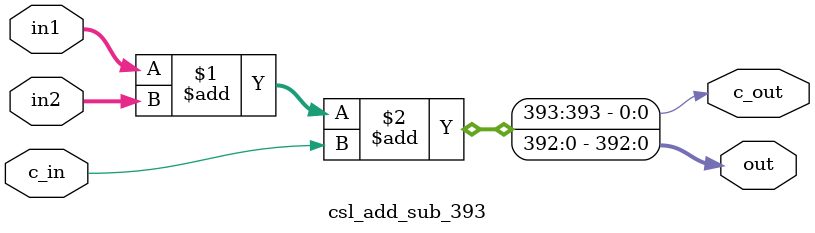
<source format=v>

module csl_add_sub_393(c_out, out, in1, in2, c_in);
input [392:0] in1, in2;
input c_in;
output [392:0] out;
output c_out;

assign {c_out,out} = in1 + in2 + c_in;


endmodule

</source>
